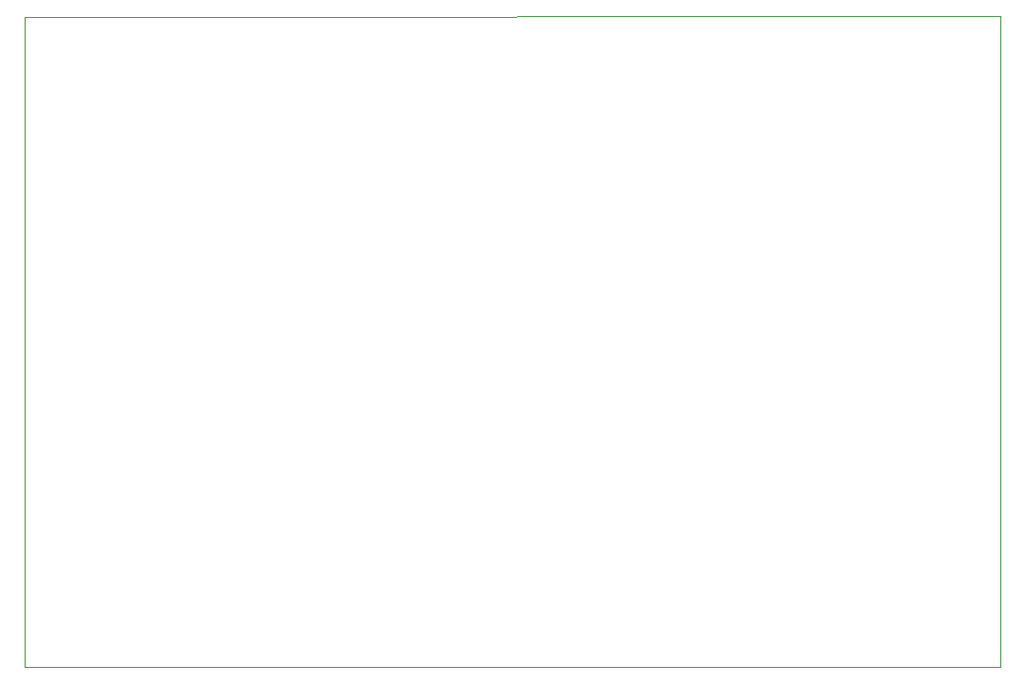
<source format=gbr>
%TF.GenerationSoftware,KiCad,Pcbnew,8.0.7*%
%TF.CreationDate,2024-12-10T16:24:59+05:30*%
%TF.ProjectId,FINAL PROJECT,46494e41-4c20-4505-924f-4a4543542e6b,rev?*%
%TF.SameCoordinates,Original*%
%TF.FileFunction,Profile,NP*%
%FSLAX46Y46*%
G04 Gerber Fmt 4.6, Leading zero omitted, Abs format (unit mm)*
G04 Created by KiCad (PCBNEW 8.0.7) date 2024-12-10 16:24:59*
%MOMM*%
%LPD*%
G01*
G04 APERTURE LIST*
%TA.AperFunction,Profile*%
%ADD10C,0.050000*%
%TD*%
G04 APERTURE END LIST*
D10*
X197150000Y-127990000D02*
X109990000Y-127990000D01*
X109990000Y-69880000D02*
X197150000Y-69800000D01*
X197150000Y-127990000D02*
X197150000Y-69800000D01*
X109990000Y-69880000D02*
X109990000Y-127990000D01*
M02*

</source>
